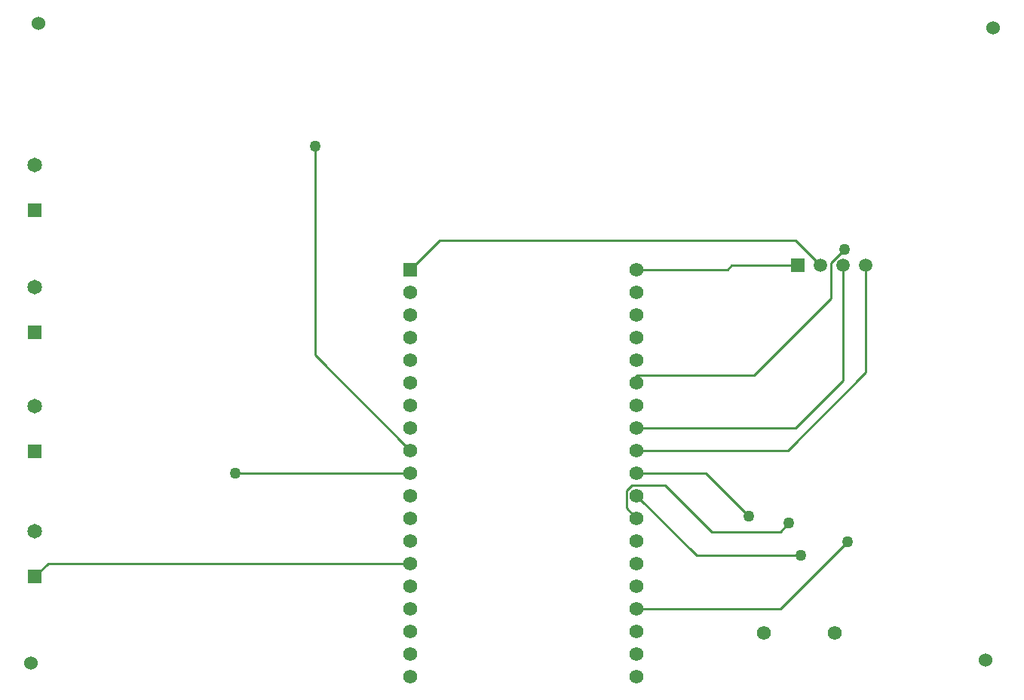
<source format=gbl>
G04*
G04 #@! TF.GenerationSoftware,Altium Limited,CircuitStudio,1.5.2 (30)*
G04*
G04 Layer_Physical_Order=2*
G04 Layer_Color=12500520*
%FSLAX25Y25*%
%MOIN*%
G70*
G01*
G75*
%ADD21C,0.01000*%
%ADD22C,0.06201*%
%ADD23C,0.06000*%
%ADD24C,0.06496*%
%ADD25R,0.06496X0.06496*%
%ADD26R,0.06142X0.06142*%
%ADD27C,0.06142*%
%ADD28R,0.05906X0.05906*%
%ADD29C,0.05906*%
%ADD30C,0.05000*%
D21*
X392126Y306200D02*
X443900D01*
X422708Y262992D02*
X441700Y244000D01*
X392126Y262992D02*
X422708D01*
X455492Y202992D02*
X485200Y232700D01*
X392126Y202992D02*
X455492D01*
X392126Y302992D02*
Y306200D01*
X443900D02*
X477900Y340200D01*
Y356000D01*
X483900Y362000D01*
X214508Y262992D02*
X292126D01*
X214500Y263000D02*
X214508Y262992D01*
X250008Y315110D02*
Y407661D01*
Y315110D02*
X292126Y272992D01*
X483386Y304000D02*
Y354724D01*
X462378Y282992D02*
X483386Y304000D01*
X392126Y282992D02*
X462378D01*
X493386Y307486D02*
Y354724D01*
X458892Y272992D02*
X493386Y307486D01*
X392126Y272992D02*
X458892D01*
X131913Y222992D02*
X292126D01*
X126106Y217185D02*
X131913Y222992D01*
X418518Y226600D02*
X464500D01*
X392126Y252992D02*
X418518Y226600D01*
X455600Y237000D02*
X459400Y240800D01*
X425200Y237000D02*
X455600D01*
X404600Y257600D02*
X425200Y237000D01*
X390000Y257600D02*
X404600D01*
X387500Y255100D02*
X390000Y257600D01*
X387500Y247618D02*
Y255100D01*
Y247618D02*
X392126Y242992D01*
X434073Y354724D02*
X463386D01*
X432341Y352992D02*
X434073Y354724D01*
X392126Y352992D02*
X432341D01*
X462210Y365900D02*
X473386Y354724D01*
X305034Y365900D02*
X462210D01*
X292126Y352992D02*
X305034Y365900D01*
D22*
X479724Y192126D02*
D03*
X448228D02*
D03*
D23*
X124409Y178740D02*
D03*
X127500Y462000D02*
D03*
X549500Y460000D02*
D03*
X546457Y180315D02*
D03*
D24*
X126106Y292685D02*
D03*
Y237185D02*
D03*
Y345185D02*
D03*
Y399185D02*
D03*
D25*
Y272685D02*
D03*
Y217185D02*
D03*
Y325185D02*
D03*
Y379185D02*
D03*
D26*
X292126Y352992D02*
D03*
D27*
Y342992D02*
D03*
Y172992D02*
D03*
Y332992D02*
D03*
Y322992D02*
D03*
Y312992D02*
D03*
Y302992D02*
D03*
Y292992D02*
D03*
Y282992D02*
D03*
Y272992D02*
D03*
Y262992D02*
D03*
Y252992D02*
D03*
Y242992D02*
D03*
Y232992D02*
D03*
Y222992D02*
D03*
Y212992D02*
D03*
Y202992D02*
D03*
Y192992D02*
D03*
Y182992D02*
D03*
X392126Y352992D02*
D03*
Y342992D02*
D03*
Y332992D02*
D03*
Y322992D02*
D03*
Y312992D02*
D03*
Y302992D02*
D03*
Y292992D02*
D03*
Y282992D02*
D03*
Y272992D02*
D03*
Y262992D02*
D03*
Y252992D02*
D03*
Y242992D02*
D03*
Y232992D02*
D03*
Y222992D02*
D03*
Y212992D02*
D03*
Y202992D02*
D03*
Y192992D02*
D03*
Y182992D02*
D03*
Y172992D02*
D03*
D28*
X463386Y354724D02*
D03*
D29*
X473386D02*
D03*
X483386D02*
D03*
X493386D02*
D03*
D30*
X441700Y244000D02*
D03*
X485200Y232700D02*
D03*
X483900Y362000D02*
D03*
X214500Y263000D02*
D03*
X250008Y407661D02*
D03*
X464500Y226600D02*
D03*
X459400Y240800D02*
D03*
M02*

</source>
